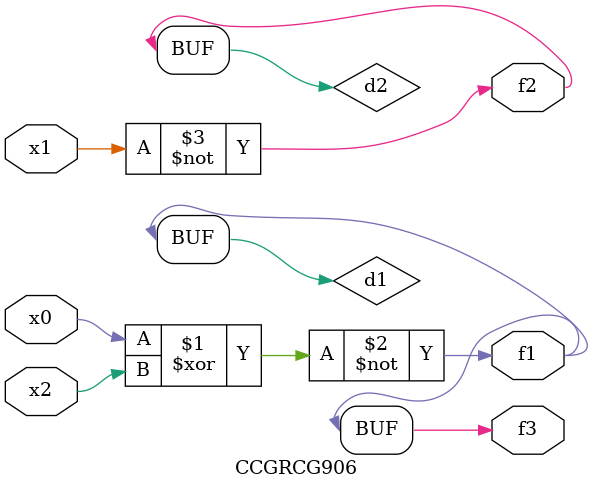
<source format=v>
module CCGRCG906(
	input x0, x1, x2,
	output f1, f2, f3
);

	wire d1, d2, d3;

	xnor (d1, x0, x2);
	nand (d2, x1);
	nor (d3, x1, x2);
	assign f1 = d1;
	assign f2 = d2;
	assign f3 = d1;
endmodule

</source>
